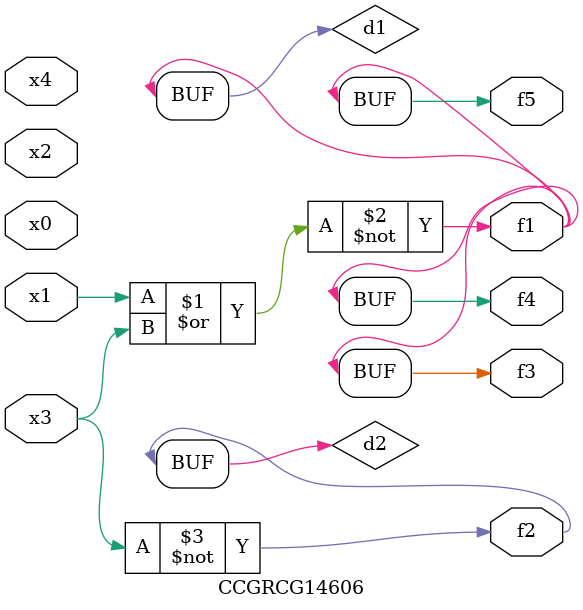
<source format=v>
module CCGRCG14606(
	input x0, x1, x2, x3, x4,
	output f1, f2, f3, f4, f5
);

	wire d1, d2;

	nor (d1, x1, x3);
	not (d2, x3);
	assign f1 = d1;
	assign f2 = d2;
	assign f3 = d1;
	assign f4 = d1;
	assign f5 = d1;
endmodule

</source>
